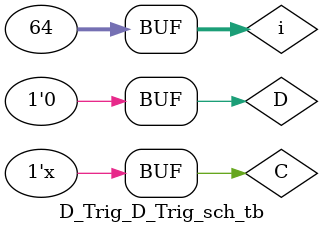
<source format=v>

`timescale 1ns / 1ps

module D_Trig_D_Trig_sch_tb();

// Inputs
   reg D;
   reg C;

// Output
   wire Q;
   wire Qn;

// Bidirs

// Instantiate the UUT
   D_Trig UUT (
		.D(D), 
		.C(C), 
		.Q(Q), 
		.Qn(Qn)
   );
	integer i;
// Initialize Inputs
 //  `ifdef auto_init
       initial begin
		D = 0;
		C = 0;
		#140;
		D=1;
		#120;
		D=1;
		#100;
		D=0;
		#150;
		D=1;
		#100;
		D=0;
		#110;
		D=1;
		#100;
		D=0;
		#100;
		
		
		
		
		end
		always @*
		for(i=0;i<64;i=i+1)begin
			#50;
			C<=~C;
		end
//   `endif
endmodule

</source>
